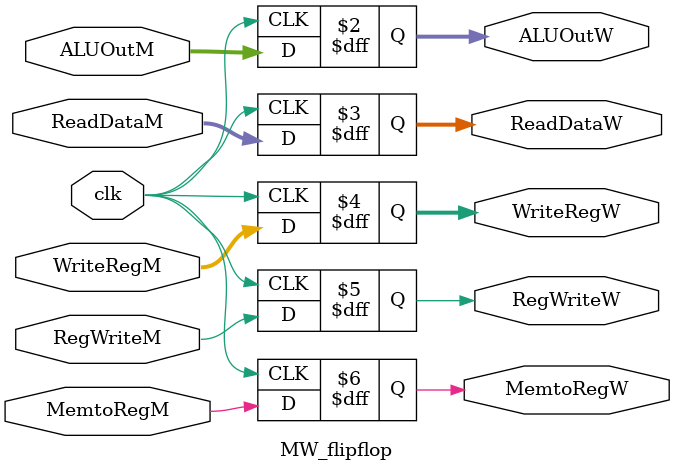
<source format=v>
module MW_flipflop (
 input  wire        clk,
 input  wire [31:0] ReadDataM,
 input  wire [31:0] ALUOutM,
 input  wire [4:0] WriteRegM,
 input  wire       RegWriteM,
 input  wire       MemtoRegM,


 output reg [31:0] ALUOutW,
 output reg [31:0] ReadDataW,
 output reg [4:0]  WriteRegW,
 output reg        RegWriteW,
 output reg        MemtoRegW
);
//----------------------------------------  
  
always@(posedge clk)
begin
    ALUOutW<=ALUOutM;
    ReadDataW<=ReadDataM;    
    WriteRegW<=WriteRegM;    
    RegWriteW<=RegWriteM;    
    MemtoRegW<=MemtoRegM;      
end  
  
endmodule



</source>
